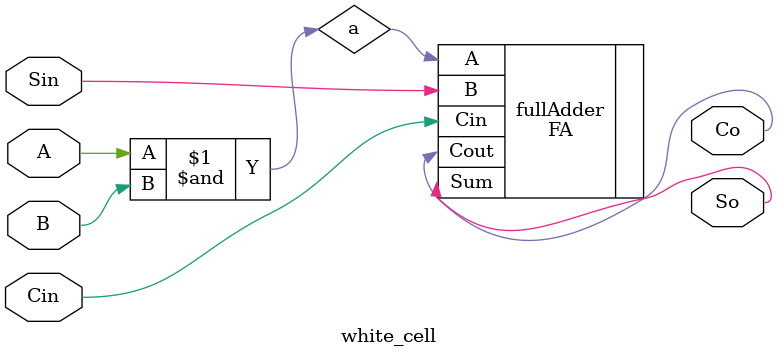
<source format=v>
module white_cell(
	input A, B, Cin, Sin, 
	output So, Co
);

wire a;

assign a = (A&B);

FA fullAdder(.A(a), .B(Sin), .Cin(Cin), .Sum(So), .Cout(Co));


endmodule

</source>
